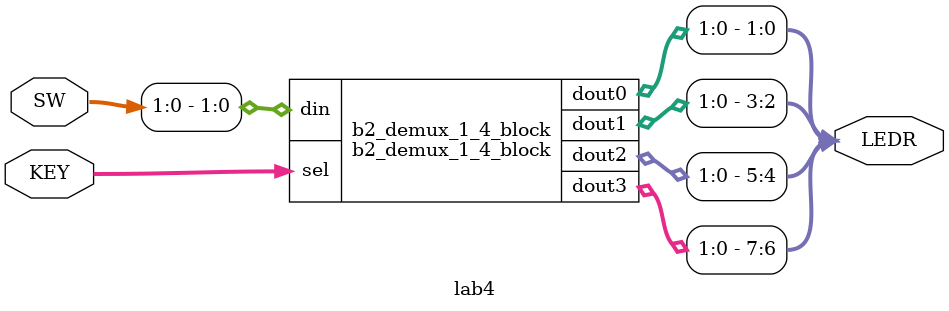
<source format=v>
module b1_demux_1_4_case
(
    input      din, 
    input      [1:0] sel,
    output reg dout0, 
	 output reg dout1,
	 output reg dout2,
	 output reg dout3
);
	 always @(*)
		 case (sel)
			 2'b00: 
			 begin
				dout0 = din;
				dout1 = 0;
				dout2 = 0;
				dout3 = 0;
			 end
			 2'b01: 
			 begin
				dout0 = 0;
				dout1 = din;
				dout2 = 0;
				dout3 = 0;
			 end
			 2'b10: 
			 begin
				dout0 = 0;
				dout1 = 0;
				dout2 = din;
				dout3 = 0;
			 end
			 2'b11: 
			 begin
				dout0 = 0;
				dout1 = 0;
				dout2 = 0;
				dout3 = din;
			 end
		 endcase
	
endmodule

module b1_demux_1_4_shift
(
    input      din, 
    input      [1:0] sel,
    output reg dout0, 
	 output reg dout1,
	 output reg dout2,
	 output reg dout3
);

	always @(*)
		{dout3, dout2, dout1, dout0}= din<<sel;
		
endmodule

module bn_demux_1_4_case
#(parameter DATA_WIDTH=2)
(
    input      [DATA_WIDTH-1:0] din, 
    input      [1:0] sel,
    output reg [DATA_WIDTH-1:0] dout0, 
	 output reg [DATA_WIDTH-1:0] dout1,
	 output reg [DATA_WIDTH-1:0] dout2,
	 output reg [DATA_WIDTH-1:0] dout3
);

	 always @(*)
		 case (sel)
			 2'b00: 
			 begin
				dout0 = din;
				dout1 = 0;
				dout2 = 0;
				dout3 = 0;
			 end
			 2'b01: 
			 begin
				dout0 = 0;
				dout1 = din;
				dout2 = 0;
				dout3 = 0;
			 end
			 2'b10: 
			 begin
				dout0 = 0;
				dout1 = 0;
				dout2 = din;
				dout3 = 0;
			 end
			 2'b11: 
			 begin
				dout0 = 0;
				dout1 = 0;
				dout2 = 0;
				dout3 = din;
			 end
		 endcase
		 
endmodule

module b2_demux_1_4_block
(
    input   [1:0] din, 
    input   [1:0] sel,
    output  [1:0] dout0, 
	 output  [1:0] dout1,
	 output  [1:0] dout2,
	 output  [1:0] dout3
);
	 
	 b1_demux_1_4_case dmux0  (.din(din[0]),     .sel(sel),        .dout0(dout0[0]), 
									   .dout1(dout1[0]), .dout2(dout2[0]), .dout3(dout3[0]));
	 b1_demux_1_4_shift dmux1 (.din(din[1]),     .sel(sel),        .dout0(dout0[1]), 
									   .dout1(dout1[1]), .dout2(dout2[1]), .dout3(dout3[1]));
		 
endmodule


//`define CASE 

module lab4
(
    input   [ 1:0]  KEY,
    input   [ 9:0]  SW,
    output  [ 9:0]  LEDR
);

`ifdef CASE 
	bn_demux_1_4_case #(2) bn_demux_1_4_case (.din(SW[1:0]),     .sel(KEY[1:0]),    .dout0(LEDR[1:0]), 
									                  .dout1(LEDR[3:2]), .dout2(LEDR[5:4]), .dout3(LEDR[7:6]));
`else
	b2_demux_1_4_block b2_demux_1_4_block (.din(SW[1:0]),     .sel(KEY[1:0]),    .dout0(LEDR[1:0]), 
									               .dout1(LEDR[3:2]), .dout2(LEDR[5:4]), .dout3(LEDR[7:6]));
`endif
	
endmodule
</source>
